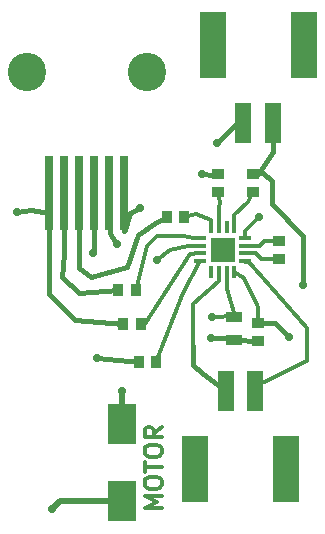
<source format=gtl>
G04 (created by PCBNEW (2013-08-24 BZR 4298)-stable) date Wed 06 Aug 2014 08:08:47 PM PDT*
%MOIN*%
G04 Gerber Fmt 3.4, Leading zero omitted, Abs format*
%FSLAX34Y34*%
G01*
G70*
G90*
G04 APERTURE LIST*
%ADD10C,0.005906*%
%ADD11C,0.011811*%
%ADD12R,0.094500X0.137800*%
%ADD13R,0.090551X0.220472*%
%ADD14R,0.055118X0.133858*%
%ADD15R,0.055000X0.035000*%
%ADD16R,0.029921X0.250000*%
%ADD17C,0.127953*%
%ADD18R,0.082677X0.082677*%
%ADD19R,0.039370X0.013780*%
%ADD20R,0.013780X0.039370*%
%ADD21C,0.019685*%
%ADD22R,0.039400X0.035400*%
%ADD23R,0.035400X0.039400*%
%ADD24C,0.027559*%
%ADD25C,0.015748*%
%ADD26C,0.013780*%
%ADD27C,0.019685*%
%ADD28C,0.009843*%
G04 APERTURE END LIST*
G54D10*
G54D11*
X18997Y-26877D02*
X18406Y-26877D01*
X18828Y-26680D01*
X18406Y-26483D01*
X18997Y-26483D01*
X18406Y-26089D02*
X18406Y-25977D01*
X18435Y-25920D01*
X18491Y-25864D01*
X18603Y-25836D01*
X18800Y-25836D01*
X18913Y-25864D01*
X18969Y-25920D01*
X18997Y-25977D01*
X18997Y-26089D01*
X18969Y-26145D01*
X18913Y-26202D01*
X18800Y-26230D01*
X18603Y-26230D01*
X18491Y-26202D01*
X18435Y-26145D01*
X18406Y-26089D01*
X18406Y-25667D02*
X18406Y-25330D01*
X18997Y-25499D02*
X18406Y-25499D01*
X18406Y-25021D02*
X18406Y-24908D01*
X18435Y-24852D01*
X18491Y-24796D01*
X18603Y-24767D01*
X18800Y-24767D01*
X18913Y-24796D01*
X18969Y-24852D01*
X18997Y-24908D01*
X18997Y-25021D01*
X18969Y-25077D01*
X18913Y-25133D01*
X18800Y-25161D01*
X18603Y-25161D01*
X18491Y-25133D01*
X18435Y-25077D01*
X18406Y-25021D01*
X18997Y-24177D02*
X18716Y-24374D01*
X18997Y-24514D02*
X18406Y-24514D01*
X18406Y-24289D01*
X18435Y-24233D01*
X18463Y-24205D01*
X18519Y-24177D01*
X18603Y-24177D01*
X18660Y-24205D01*
X18688Y-24233D01*
X18716Y-24289D01*
X18716Y-24514D01*
G54D12*
X17667Y-24064D03*
X17667Y-26624D03*
G54D13*
X23120Y-25580D03*
G54D14*
X21112Y-22982D03*
X22096Y-22982D03*
G54D13*
X20088Y-25580D03*
X20679Y-11446D03*
G54D14*
X22687Y-14045D03*
X21702Y-14045D03*
G54D13*
X23710Y-11446D03*
G54D15*
X21377Y-20520D03*
X21377Y-21270D03*
G54D16*
X17736Y-16377D03*
X16736Y-16377D03*
X15736Y-16377D03*
X16236Y-16377D03*
X15236Y-16377D03*
G54D17*
X14486Y-12352D03*
X18486Y-12352D03*
G54D16*
X17236Y-16377D03*
G54D18*
X21013Y-18257D03*
G54D19*
X20265Y-17874D03*
X20265Y-18129D03*
X20265Y-18385D03*
X20265Y-18641D03*
G54D20*
X20629Y-19005D03*
X20885Y-19005D03*
X21141Y-19005D03*
X21397Y-19005D03*
G54D19*
X21761Y-18641D03*
X21761Y-18385D03*
X21761Y-18129D03*
X21761Y-17874D03*
G54D20*
X21397Y-17509D03*
X21141Y-17509D03*
X20885Y-17509D03*
X20629Y-17509D03*
G54D21*
X21013Y-18257D03*
X21240Y-18031D03*
X20787Y-18031D03*
X21240Y-18484D03*
X20787Y-18484D03*
G54D22*
X22204Y-21290D03*
X22204Y-20698D03*
X22007Y-16329D03*
X22007Y-15737D03*
X20866Y-16339D03*
X20866Y-15747D03*
G54D23*
X18274Y-20746D03*
X17682Y-20746D03*
G54D22*
X22893Y-18573D03*
X22893Y-17981D03*
G54D23*
X18797Y-22017D03*
X18205Y-22017D03*
X17536Y-19592D03*
X18128Y-19592D03*
X19734Y-17175D03*
X19142Y-17175D03*
G54D24*
X17494Y-18076D03*
X20659Y-20501D03*
X15305Y-26919D03*
X22214Y-17155D03*
X20816Y-14714D03*
X18257Y-16879D03*
X18832Y-18608D03*
X20629Y-21210D03*
X16832Y-21868D03*
X16694Y-18379D03*
X14143Y-17013D03*
X20305Y-15738D03*
X17667Y-22982D03*
X23700Y-19429D03*
X23228Y-21171D03*
G54D25*
X17236Y-16377D02*
X17251Y-17718D01*
X17251Y-17718D02*
X17437Y-18019D01*
X17437Y-18019D02*
X17494Y-18076D01*
G54D26*
X20659Y-20501D02*
X21407Y-20482D01*
X21141Y-19005D02*
X21145Y-19557D01*
X21145Y-19557D02*
X21407Y-20482D01*
G54D25*
X20659Y-20501D02*
X20659Y-20501D01*
G54D27*
X17667Y-26624D02*
X15599Y-26624D01*
X15599Y-26624D02*
X15305Y-26919D01*
G54D26*
X21761Y-17874D02*
X21761Y-17627D01*
X21761Y-17627D02*
X22214Y-17155D01*
G54D25*
X21702Y-14045D02*
X21486Y-14045D01*
X21486Y-14045D02*
X20816Y-14714D01*
X17736Y-16377D02*
X17736Y-17625D01*
X17907Y-17029D02*
X18257Y-16879D01*
X17742Y-17620D02*
X17907Y-17029D01*
X17736Y-17625D02*
X17742Y-17620D01*
G54D26*
X20265Y-18129D02*
X19852Y-18129D01*
X19852Y-18129D02*
X19242Y-18257D01*
X19242Y-18257D02*
X18832Y-18608D01*
G54D25*
X21397Y-21210D02*
X20570Y-21200D01*
X20570Y-21200D02*
X20629Y-21210D01*
X22204Y-21290D02*
X21457Y-21270D01*
X21457Y-21270D02*
X21397Y-21210D01*
G54D26*
X20629Y-17509D02*
X20620Y-17273D01*
X20127Y-17076D02*
X19734Y-17175D01*
X20620Y-17273D02*
X20127Y-17076D01*
G54D25*
X20037Y-21486D02*
X20037Y-22114D01*
X20037Y-22114D02*
X20310Y-22386D01*
X20310Y-22386D02*
X21112Y-22982D01*
G54D26*
X20885Y-19005D02*
X20875Y-19320D01*
X20875Y-19320D02*
X20029Y-20068D01*
X20029Y-20068D02*
X20037Y-21486D01*
G54D25*
X20037Y-21486D02*
X20037Y-21516D01*
G54D26*
X23808Y-20887D02*
X23808Y-21959D01*
X21870Y-18641D02*
X23808Y-20887D01*
X21761Y-18641D02*
X21870Y-18641D01*
X22312Y-22706D02*
X22096Y-22982D01*
X23808Y-21959D02*
X22312Y-22706D01*
G54D25*
X21761Y-18641D02*
X21791Y-18641D01*
X16736Y-16377D02*
X16708Y-18366D01*
X18205Y-22018D02*
X16832Y-21868D01*
X18205Y-22018D02*
X18205Y-22017D01*
X16708Y-18366D02*
X16694Y-18379D01*
X16230Y-19710D02*
X15671Y-19167D01*
X15736Y-16377D02*
X15736Y-18401D01*
X16230Y-19710D02*
X17536Y-19592D01*
X15671Y-19167D02*
X15736Y-18401D01*
X19142Y-17175D02*
X18750Y-17372D01*
X16230Y-17781D02*
X16236Y-16377D01*
X16608Y-19179D02*
X16226Y-18872D01*
X16226Y-18872D02*
X16230Y-17781D01*
X18179Y-17777D02*
X17816Y-18844D01*
X17816Y-18844D02*
X16608Y-19179D01*
X18750Y-17372D02*
X18179Y-17777D01*
G54D26*
X21397Y-17509D02*
X21397Y-17106D01*
X21840Y-16663D02*
X22007Y-16329D01*
X21397Y-17106D02*
X21840Y-16663D01*
X21761Y-18129D02*
X22244Y-18129D01*
X22392Y-17981D02*
X22893Y-17981D01*
X22244Y-18129D02*
X22392Y-17981D01*
X21761Y-18385D02*
X22116Y-18385D01*
X22303Y-18573D02*
X22893Y-18573D01*
X22116Y-18385D02*
X22303Y-18573D01*
X20885Y-17509D02*
X20885Y-16830D01*
X20905Y-16692D02*
X20866Y-16339D01*
X20885Y-16830D02*
X20905Y-16692D01*
X20265Y-18385D02*
X19911Y-18395D01*
X19911Y-18395D02*
X18353Y-20824D01*
X18353Y-20824D02*
X18274Y-20746D01*
X20265Y-17874D02*
X20049Y-17874D01*
X19676Y-17813D02*
X18828Y-17805D01*
X18828Y-17805D02*
X18501Y-18127D01*
X18501Y-18127D02*
X18128Y-19592D01*
X20049Y-17874D02*
X19676Y-17813D01*
X20265Y-18641D02*
X19675Y-19714D01*
X19675Y-19714D02*
X18797Y-22017D01*
G54D25*
X17682Y-20746D02*
X16084Y-20600D01*
X15236Y-19751D02*
X15236Y-16377D01*
X16084Y-20600D02*
X15236Y-19751D01*
X15236Y-16377D02*
X15236Y-17047D01*
X14608Y-16923D02*
X14143Y-17013D01*
X15236Y-17047D02*
X14608Y-16923D01*
X20866Y-15747D02*
X20681Y-15759D01*
X20681Y-15759D02*
X20305Y-15738D01*
G54D27*
X17667Y-24064D02*
X17667Y-22982D01*
G54D25*
X22687Y-14045D02*
X22687Y-15009D01*
G54D28*
X22175Y-15737D02*
X22007Y-15737D01*
G54D25*
X22687Y-15009D02*
X22175Y-15737D01*
X22351Y-15688D02*
X22007Y-15737D01*
X22647Y-15984D02*
X22351Y-15688D01*
X22647Y-16742D02*
X22647Y-15984D01*
X23700Y-17795D02*
X22647Y-16742D01*
X23700Y-19429D02*
X23700Y-17795D01*
X22755Y-20698D02*
X22204Y-20698D01*
X23228Y-21171D02*
X22755Y-20698D01*
G54D26*
X21397Y-19005D02*
X21722Y-19202D01*
X21722Y-19202D02*
X22204Y-20187D01*
X22204Y-20187D02*
X22204Y-20698D01*
M02*

</source>
